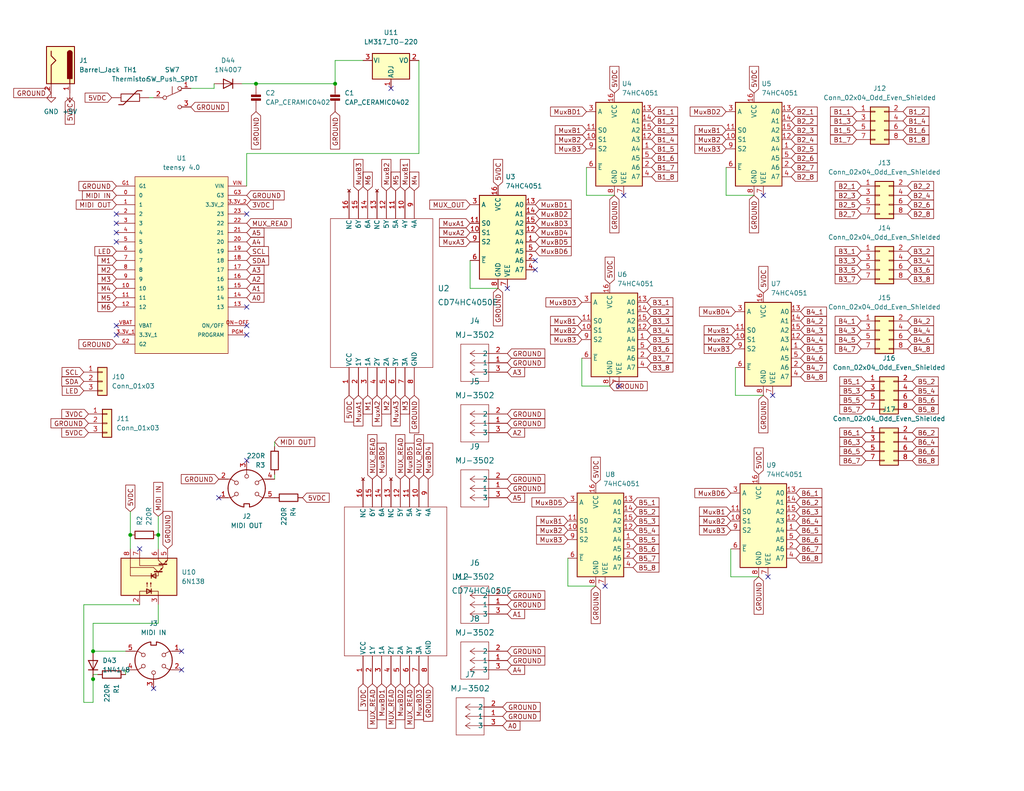
<source format=kicad_sch>
(kicad_sch (version 20211123) (generator eeschema)
  (paper "A")
  (title_block (title "BenzMOARknobz") (company "BSS"))
  (lib_symbols
    (symbol "74xx:74HC4051"
      (property "Reference" "U" (at -5.08 11.43 0))
      (property "Value" "74HC4051" (at -7.62 -13.97 0))
      (symbol "74HC4051_1_1"
        (pin passive line (at 10.16 -2.54 180) (length 2.54) (name "A4") (number "1"))
        (pin input line (at -7.62 0 0) (length 2.54) (name "S1") (number "10"))
        (pin input line (at -7.62 2.54 0) (length 2.54) (name "S0") (number "11"))
        (pin passive line (at 10.16 0 180) (length 2.54) (name "A3") (number "12"))
        (pin passive line (at 10.16 7.62 180) (length 2.54) (name "A0") (number "13"))
        (pin passive line (at 10.16 5.08 180) (length 2.54) (name "A1") (number "14"))
        (pin passive line (at 10.16 2.54 180) (length 2.54) (name "A2") (number "15"))
        (pin power_in line (at 0 12.7 270) (length 2.54) (name "VCC") (number "16"))
        (pin passive line (at 10.16 -7.62 180) (length 2.54) (name "A6") (number "2"))
        (pin passive line (at -7.62 7.62 0) (length 2.54) (name "A") (number "3"))
        (pin passive line (at 10.16 -10.16 180) (length 2.54) (name "A7") (number "4"))
        (pin passive line (at 10.16 -5.08 180) (length 2.54) (name "A5") (number "5"))
        (pin input line (at -7.62 -7.62 0) (length 2.54) (name "~{E}") (number "6"))
        (pin power_in line (at 2.54 -15.24 90) (length 2.54) (name "VEE") (number "7"))
        (pin power_in line (at 0 -15.24 90) (length 2.54) (name "GND") (number "8"))
        (pin input line (at -7.62 -2.54 0) (length 2.54) (name "S2") (number "9"))
      )
    )
    (symbol "BenzKnobz-eagle-import:CAP_CERAMIC0402"
      (property "Reference" "C" (at 2.54 2.54 0))
      (property "Value" "CAP_CERAMIC0402" (at 2.54 0 0))
      (symbol "CAP_CERAMIC0402_1_0"
        (pin passive line (at 0 5.08 270) (length 2.54) (name "P$1") (number "1"))
        (pin passive line (at 0 -2.54 90) (length 2.54) (name "P$2") (number "2"))
      )
    )
    (symbol "Connector:Barrel_Jack" (pin_names (offset 1.016))
      (property "Reference" "J" (at 0 5.334 0))
      (property "Value" "Barrel_Jack" (at 0 -5.08 0))
      (symbol "Barrel_Jack_1_1"
        (pin passive line (at 7.62 2.54 180) (length 2.54) (name "~") (number "1"))
        (pin passive line (at 7.62 -2.54 180) (length 2.54) (name "~") (number "2"))
      )
    )
    (symbol "Connector:DIN-5" (pin_names (offset 1.016))
      (property "Reference" "J" (at 3.175 5.715 0))
      (property "Value" "DIN-5" (at 0 -6.35 0))
      (symbol "DIN-5_1_1"
        (pin passive line (at -7.62 -2.54 0) (length 2.54) (name "~") (number "1"))
        (pin passive line (at -7.62 2.54 0) (length 2.54) (name "~") (number "2"))
        (pin passive line (at 0 7.62 270) (length 2.54) (name "~") (number "3"))
        (pin passive line (at 7.62 2.54 180) (length 2.54) (name "~") (number "4"))
        (pin passive line (at 7.62 -2.54 180) (length 2.54) (name "~") (number "5"))
      )
    )
    (symbol "Connector_Generic:Conn_01x03" (pin_names (offset 1.016) hide)
      (property "Reference" "J" (at 0 5.08 0))
      (property "Value" "Conn_01x03" (at 0 -5.08 0))
      (symbol "Conn_01x03_1_1"
        (pin passive line (at -5.08 2.54 0) (length 3.81) (name "Pin_1") (number "1"))
        (pin passive line (at -5.08 0 0) (length 3.81) (name "Pin_2") (number "2"))
        (pin passive line (at -5.08 -2.54 0) (length 3.81) (name "Pin_3") (number "3"))
      )
    )
    (symbol "Connector_Generic:Conn_02x04_Odd_Even" (pin_names (offset 1.016) hide)
      (property "Reference" "J" (at 1.27 5.08 0))
      (property "Value" "Conn_02x04_Odd_Even" (at 1.27 -7.62 0))
      (symbol "Conn_02x04_Odd_Even_1_1"
        (pin passive line (at -5.08 2.54 0) (length 3.81) (name "Pin_1") (number "1"))
        (pin passive line (at 7.62 2.54 180) (length 3.81) (name "Pin_2") (number "2"))
        (pin passive line (at -5.08 0 0) (length 3.81) (name "Pin_3") (number "3"))
        (pin passive line (at 7.62 0 180) (length 3.81) (name "Pin_4") (number "4"))
        (pin passive line (at -5.08 -2.54 0) (length 3.81) (name "Pin_5") (number "5"))
        (pin passive line (at 7.62 -2.54 180) (length 3.81) (name "Pin_6") (number "6"))
        (pin passive line (at -5.08 -5.08 0) (length 3.81) (name "Pin_7") (number "7"))
        (pin passive line (at 7.62 -5.08 180) (length 3.81) (name "Pin_8") (number "8"))
      )
    )
    (symbol "Device:R" (pin_numbers hide) (pin_names (offset 0))
      (property "Reference" "R" (at 2.032 0 90))
      (property "Value" "R" (at 0 0 90))
      (symbol "R_1_1"
        (pin passive line (at 0 3.81 270) (length 1.27) (name "~") (number "1"))
        (pin passive line (at 0 -3.81 90) (length 1.27) (name "~") (number "2"))
      )
    )
    (symbol "Device:Thermistor" (pin_numbers hide) (pin_names (offset 0))
      (property "Reference" "TH" (at 2.54 1.27 90))
      (property "Value" "Thermistor" (at -2.54 0 90))
      (symbol "Thermistor_1_1"
        (pin passive line (at 0 5.08 270) (length 2.54) (name "~") (number "1"))
        (pin passive line (at 0 -5.08 90) (length 2.54) (name "~") (number "2"))
      )
    )
    (symbol "Diode:1N4007" (pin_numbers hide) (pin_names (offset 1.016) hide)
      (property "Reference" "D" (at 0 2.54 0))
      (property "Value" "1N4007" (at 0 -2.54 0))
      (symbol "1N4007_1_1"
        (pin passive line (at -3.81 0 0) (length 2.54) (name "K") (number "1"))
        (pin passive line (at 3.81 0 180) (length 2.54) (name "A") (number "2"))
      )
    )
    (symbol "Diode:1N4148" (pin_numbers hide) (pin_names (offset 1.016) hide)
      (property "Reference" "D" (at 0 2.54 0))
      (property "Value" "1N4148" (at 0 -2.54 0))
      (symbol "1N4148_1_1"
        (pin passive line (at -3.81 0 0) (length 2.54) (name "K") (number "1"))
        (pin passive line (at 3.81 0 180) (length 2.54) (name "A") (number "2"))
      )
    )
    (symbol "Isolator:6N138" (pin_names (offset 1.016) hide)
      (property "Reference" "U" (at -4.064 8.89 0))
      (property "Value" "6N138" (at 2.286 8.89 0))
      (symbol "6N138_1_1"
        (pin no_connect line (at -5.08 5.08 0) (length 2.54) hide (name "NC") (number "1"))
        (pin passive line (at -7.62 2.54 0) (length 2.54) (name "C1") (number "2"))
        (pin passive line (at -7.62 -2.54 0) (length 2.54) (name "C2") (number "3"))
        (pin no_connect line (at -5.08 -5.08 0) (length 2.54) hide (name "NC") (number "4"))
        (pin passive line (at 7.62 -5.08 180) (length 2.54) (name "GND") (number "5"))
        (pin passive line (at 7.62 -2.54 180) (length 2.54) (name "VO2") (number "6"))
        (pin passive line (at 7.62 2.54 180) (length 2.54) (name "VO1") (number "7"))
        (pin passive line (at 7.62 5.08 180) (length 2.54) (name "VCC") (number "8"))
      )
    )
    (symbol "Regulator_Linear:LM317_TO-220" (pin_names (offset 0.254))
      (property "Reference" "U" (at -3.81 3.175 0))
      (property "Value" "LM317_TO-220" (at 0 3.175 0))
      (symbol "LM317_TO-220_1_1"
        (pin input line (at 0 -7.62 90) (length 2.54) (name "ADJ") (number "1"))
        (pin power_out line (at 7.62 0 180) (length 2.54) (name "VO") (number "2"))
        (pin power_in line (at -7.62 0 0) (length 2.54) (name "VI") (number "3"))
      )
    )
    (symbol "Switch:SW_Push_SPDT" (pin_names (offset 0) hide)
      (property "Reference" "SW" (at 0 4.318 0))
      (property "Value" "SW_Push_SPDT" (at 0 -5.08 0))
      (symbol "SW_Push_SPDT_1_1"
        (pin passive line (at 5.08 2.54 180) (length 2.54) (name "A") (number "1"))
        (pin passive line (at -5.08 0 0) (length 2.54) (name "B") (number "2"))
        (pin passive line (at 5.08 -2.54 180) (length 2.54) (name "C") (number "3"))
      )
    )
    (symbol "audioJack-DIGIKEY:MJ-3502" (pin_names (offset 0.254))
      (property "Reference" "J" (at 8.89 6.35 0))
      (property "Value" "MJ-3502" (at 0 0 0))
      (symbol "MJ-3502_0_1"
        (pin unspecified line (at 0 -2.54 0) (length 5.08) (name "1") (number "1"))
        (pin unspecified line (at 0 -5.08 0) (length 5.08) (name "2") (number "2"))
        (pin unspecified line (at 0 0 0) (length 5.08) (name "3") (number "3"))
      )
    )
    (symbol "cd74hc4050e:CD74HC4050E" (pin_names (offset 0.254))
      (property "Reference" "U" (at 27.94 10.16 0))
      (property "Value" "CD74HC4050E" (at 27.94 7.62 0))
      (symbol "CD74HC4050E_0_1"
        (pin power_in line (at 0 0 0) (length 7.62) (name "VCC") (number "1"))
        (pin output line (at 55.88 -15.24 180) (length 7.62) (name "4Y") (number "10"))
        (pin input line (at 55.88 -12.7 180) (length 7.62) (name "5A") (number "11"))
        (pin output line (at 55.88 -10.16 180) (length 7.62) (name "5Y") (number "12"))
        (pin no_connect line (at 55.88 -7.62 180) (length 7.62) (name "NC") (number "13"))
        (pin input line (at 55.88 -5.08 180) (length 7.62) (name "6A") (number "14"))
        (pin output line (at 55.88 -2.54 180) (length 7.62) (name "6Y") (number "15"))
        (pin no_connect line (at 55.88 0 180) (length 7.62) (name "NC") (number "16"))
        (pin output line (at 0 -2.54 0) (length 7.62) (name "1Y") (number "2"))
        (pin input line (at 0 -5.08 0) (length 7.62) (name "1A") (number "3"))
        (pin output line (at 0 -7.62 0) (length 7.62) (name "2Y") (number "4"))
        (pin input line (at 0 -10.16 0) (length 7.62) (name "2A") (number "5"))
        (pin output line (at 0 -12.7 0) (length 7.62) (name "3Y") (number "6"))
        (pin input line (at 0 -15.24 0) (length 7.62) (name "3A") (number "7"))
        (pin power_in line (at 0 -17.78 0) (length 7.62) (name "GND") (number "8"))
        (pin input line (at 55.88 -17.78 180) (length 7.62) (name "4A") (number "9"))
      )
    )
    (symbol "power:+5V" (power) (pin_names (offset 0))
      (property "Value" "+5V" (at 0 3.556 0))
      (symbol "+5V_1_1"
        (pin power_in line (at 0 0 90) (length 0) hide (name "+5V") (number "1"))
      )
    )
    (symbol "power:GND" (power) (pin_names (offset 0))
      (property "Value" "GND" (at 0 -3.81 0))
      (symbol "GND_1_1"
        (pin power_in line (at 0 0 270) (length 0) hide (name "GND") (number "1"))
      )
    )
    (symbol "teensy40:DEV-15583" (pin_names (offset 1.016))
      (property "Reference" "U" (at -12.7 23.622 0))
      (property "Value" "DEV-15583" (at -12.7 -27.94 0))
      (symbol "DEV-15583_0_0"
        (pin bidirectional line (at -17.78 17.78 0) (length 5.08) (name "0") (number "0"))
        (pin bidirectional line (at -17.78 15.24 0) (length 5.08) (name "1") (number "1"))
        (pin bidirectional line (at -17.78 -7.62 0) (length 5.08) (name "10") (number "10"))
        (pin bidirectional line (at -17.78 -10.16 0) (length 5.08) (name "11") (number "11"))
        (pin bidirectional line (at -17.78 -12.7 0) (length 5.08) (name "12") (number "12"))
        (pin bidirectional line (at 17.78 -12.7 180) (length 5.08) (name "13") (number "13"))
        (pin bidirectional line (at 17.78 -10.16 180) (length 5.08) (name "14") (number "14"))
        (pin bidirectional line (at 17.78 -7.62 180) (length 5.08) (name "15") (number "15"))
        (pin bidirectional line (at 17.78 -5.08 180) (length 5.08) (name "16") (number "16"))
        (pin bidirectional line (at 17.78 -2.54 180) (length 5.08) (name "17") (number "17"))
        (pin bidirectional line (at 17.78 0 180) (length 5.08) (name "18") (number "18"))
        (pin bidirectional line (at 17.78 2.54 180) (length 5.08) (name "19") (number "19"))
        (pin bidirectional line (at -17.78 12.7 0) (length 5.08) (name "2") (number "2"))
        (pin bidirectional line (at 17.78 5.08 180) (length 5.08) (name "20") (number "20"))
        (pin bidirectional line (at 17.78 7.62 180) (length 5.08) (name "21") (number "21"))
        (pin bidirectional line (at 17.78 10.16 180) (length 5.08) (name "22") (number "22"))
        (pin bidirectional line (at 17.78 12.7 180) (length 5.08) (name "23") (number "23"))
        (pin bidirectional line (at -17.78 10.16 0) (length 5.08) (name "3") (number "3"))
        (pin power_in line (at -17.78 -20.32 0) (length 5.08) (name "3.3V_1") (number "3.3V_1"))
        (pin power_in line (at 17.78 15.24 180) (length 5.08) (name "3.3V_2") (number "3.3V_2"))
        (pin bidirectional line (at -17.78 7.62 0) (length 5.08) (name "4") (number "4"))
        (pin bidirectional line (at -17.78 5.08 0) (length 5.08) (name "5") (number "5"))
        (pin bidirectional line (at -17.78 2.54 0) (length 5.08) (name "6") (number "6"))
        (pin bidirectional line (at -17.78 0 0) (length 5.08) (name "7") (number "7"))
        (pin bidirectional line (at -17.78 -2.54 0) (length 5.08) (name "8") (number "8"))
        (pin bidirectional line (at -17.78 -5.08 0) (length 5.08) (name "9") (number "9"))
        (pin power_in line (at -17.78 20.32 0) (length 5.08) (name "G1") (number "G1"))
        (pin power_in line (at -17.78 -22.86 0) (length 5.08) (name "G2") (number "G2"))
        (pin power_in line (at 17.78 17.78 180) (length 5.08) (name "G3") (number "G3"))
        (pin bidirectional line (at 17.78 -17.78 180) (length 5.08) (name "ON/OFF") (number "ON-OFF"))
        (pin bidirectional line (at 17.78 -20.32 180) (length 5.08) (name "PROGRAM") (number "PGM"))
        (pin power_in line (at -17.78 -17.78 0) (length 5.08) (name "VBAT") (number "VBAT"))
        (pin power_in line (at 17.78 20.32 180) (length 5.08) (name "VIN") (number "VIN"))
      )
    )
  )
  (junction (at 25.4 177.8))
  (junction (at 25.4 185.42))
  (junction (at 43.18 146.05))
  (junction (at 69.85 22.86))
  (junction (at 91.44 22.86))
  (junction (at 35.56 146.05))
  (no_connect (at 146.05 73.66))
  (no_connect (at 210.82 107.95))
  (no_connect (at 168.91 105.41))
  (no_connect (at 138.43 78.74))
  (no_connect (at 170.18 53.34))
  (no_connect (at 208.28 53.34))
  (no_connect (at 106.68 24.13))
  (no_connect (at 38.1 149.86))
  (no_connect (at 41.91 187.96))
  (no_connect (at 49.53 182.88))
  (no_connect (at 49.53 177.8))
  (no_connect (at 67.31 125.73))
  (no_connect (at 59.69 135.89))
  (no_connect (at 209.55 157.48))
  (no_connect (at 165.1 160.02))
  (no_connect (at 31.75 88.9))
  (no_connect (at 31.75 91.44))
  (no_connect (at 67.31 91.44))
  (no_connect (at 67.31 88.9))
  (no_connect (at 67.31 83.82))
  (no_connect (at 67.31 58.42))
  (no_connect (at 31.75 58.42))
  (no_connect (at 31.75 60.96))
  (no_connect (at 31.75 63.5))
  (no_connect (at 31.75 66.04))
  (no_connect (at 146.05 71.12))
  (no_connect (at 779.78 35.56))
  (wire (pts (xy 26.67 184.15) (xy 25.4 184.15)))
  (wire (pts (xy 154.94 160.02) (xy 162.56 160.02)))
  (wire (pts (xy 69.85 22.86) (xy 91.44 22.86)))
  (wire (pts (xy 38.1 165.1) (xy 22.86 165.1)))
  (wire (pts (xy 67.31 50.8) (xy 67.31 41.91)))
  (wire (pts (xy 160.02 53.34) (xy 167.64 53.34)))
  (wire (pts (xy 91.44 16.51) (xy 91.44 22.86)))
  (wire (pts (xy 67.31 41.91) (xy 114.3 41.91)))
  (wire (pts (xy 160.02 45.72) (xy 160.02 53.34)))
  (wire (pts (xy 40.64 26.67) (xy 41.91 26.67)))
  (wire (pts (xy 199.39 157.48) (xy 207.01 157.48)))
  (wire (pts (xy 128.27 78.74) (xy 135.89 78.74)))
  (wire (pts (xy 22.86 191.77) (xy 25.4 191.77)))
  (wire (pts (xy 200.66 107.95) (xy 208.28 107.95)))
  (wire (pts (xy 66.04 22.86) (xy 69.85 22.86)))
  (wire (pts (xy 22.86 165.1) (xy 22.86 191.77)))
  (wire (pts (xy 35.56 139.7) (xy 35.56 146.05)))
  (wire (pts (xy 198.12 45.72) (xy 198.12 53.34)))
  (wire (pts (xy 99.06 16.51) (xy 91.44 16.51)))
  (wire (pts (xy 158.75 97.79) (xy 158.75 105.41)))
  (wire (pts (xy 43.18 146.05) (xy 43.18 149.86)))
  (wire (pts (xy 34.29 182.88) (xy 34.29 184.15)))
  (wire (pts (xy 25.4 184.15) (xy 25.4 185.42)))
  (wire (pts (xy 35.56 146.05) (xy 35.56 149.86)))
  (wire (pts (xy 58.42 24.13) (xy 58.42 22.86)))
  (wire (pts (xy 199.39 149.86) (xy 199.39 157.48)))
  (wire (pts (xy 114.3 16.51) (xy 114.3 41.91)))
  (wire (pts (xy 128.27 71.12) (xy 128.27 78.74)))
  (wire (pts (xy 43.18 165.1) (xy 43.18 170.18)))
  (wire (pts (xy 52.07 24.13) (xy 58.42 24.13)))
  (wire (pts (xy 74.93 129.54) (xy 74.93 130.81)))
  (wire (pts (xy 43.18 170.18) (xy 25.4 170.18)))
  (wire (pts (xy 200.66 100.33) (xy 200.66 107.95)))
  (wire (pts (xy 74.93 120.65) (xy 74.93 121.92)))
  (wire (pts (xy 154.94 152.4) (xy 154.94 160.02)))
  (wire (pts (xy 198.12 53.34) (xy 205.74 53.34)))
  (wire (pts (xy 25.4 177.8) (xy 34.29 177.8)))
  (wire (pts (xy 25.4 185.42) (xy 25.4 191.77)))
  (wire (pts (xy 158.75 105.41) (xy 166.37 105.41)))
  (wire (pts (xy 43.18 140.97) (xy 43.18 146.05)))
  (wire (pts (xy 25.4 170.18) (xy 25.4 177.8)))
  (global_label "MuxB3" (shape input) (at 160.02 40.64 180) (property "Intersheet References" "${INTERSHEET_REFS}" (effects hide)))
  (global_label "MuxB2" (shape input) (at 105.41 52.07 90) (property "Intersheet References" "${INTERSHEET_REFS}" (effects hide)))
  (global_label "A4" (shape input) (at 67.31 66.04 0) (property "Intersheet References" "${INTERSHEET_REFS}" (effects hide)))
  (global_label "B4_5" (shape input) (at 218.44 95.25 0) (property "Intersheet References" "${INTERSHEET_REFS}" (effects hide)))
  (global_label "A3" (shape input) (at 67.31 73.66 0) (property "Intersheet References" "${INTERSHEET_REFS}" (effects hide)))
  (global_label "MIDI OUT" (shape input) (at 74.93 120.65 0) (property "Intersheet References" "${INTERSHEET_REFS}" (effects hide)))
  (global_label "B6_4" (shape input) (at 217.17 142.24 0) (property "Intersheet References" "${INTERSHEET_REFS}" (effects hide)))
  (global_label "MuxBD4" (shape input) (at 116.84 130.81 90) (property "Intersheet References" "${INTERSHEET_REFS}" (effects hide)))
  (global_label "GROUND" (shape input) (at 162.56 160.02 270) (property "Intersheet References" "${INTERSHEET_REFS}" (effects hide)))
  (global_label "B2_5" (shape input) (at 215.9 40.64 0) (property "Intersheet References" "${INTERSHEET_REFS}" (effects hide)))
  (global_label "MuxBD2" (shape input) (at 109.22 186.69 270) (property "Intersheet References" "${INTERSHEET_REFS}" (effects hide)))
  (global_label "GROUND" (shape input) (at 91.44 30.48 270) (property "Intersheet References" "${INTERSHEET_REFS}" (effects hide)))
  (global_label "B2_4" (shape input) (at 247.65 53.34 0) (property "Intersheet References" "${INTERSHEET_REFS}" (effects hide)))
  (global_label "B5_2" (shape input) (at 248.92 104.14 0) (property "Intersheet References" "${INTERSHEET_REFS}" (effects hide)))
  (global_label "M1" (shape input) (at 31.75 71.12 180) (property "Intersheet References" "${INTERSHEET_REFS}" (effects hide)))
  (global_label "B2_7" (shape input) (at 215.9 45.72 0) (property "Intersheet References" "${INTERSHEET_REFS}" (effects hide)))
  (global_label "M3" (shape input) (at 110.49 107.95 270) (property "Intersheet References" "${INTERSHEET_REFS}" (effects hide)))
  (global_label "3VDC" (shape input) (at 67.31 55.88 0) (property "Intersheet References" "${INTERSHEET_REFS}" (effects hide)))
  (global_label "B3_5" (shape input) (at 234.95 73.66 180) (property "Intersheet References" "${INTERSHEET_REFS}" (effects hide)))
  (global_label "MuxBD5" (shape input) (at 111.76 130.81 90) (property "Intersheet References" "${INTERSHEET_REFS}" (effects hide)))
  (global_label "SDA" (shape input) (at 22.86 104.14 180) (property "Intersheet References" "${INTERSHEET_REFS}" (effects hide)))
  (global_label "B3_1" (shape input) (at 176.53 82.55 0) (property "Intersheet References" "${INTERSHEET_REFS}" (effects hide)))
  (global_label "B1_5" (shape input) (at 233.68 35.56 180) (property "Intersheet References" "${INTERSHEET_REFS}" (effects hide)))
  (global_label "B5_6" (shape input) (at 248.92 109.22 0) (property "Intersheet References" "${INTERSHEET_REFS}" (effects hide)))
  (global_label "B2_1" (shape input) (at 234.95 50.8 180) (property "Intersheet References" "${INTERSHEET_REFS}" (effects hide)))
  (global_label "GROUND" (shape input) (at 13.97 25.4 180) (property "Intersheet References" "${INTERSHEET_REFS}" (effects hide)))
  (global_label "B2_2" (shape input) (at 247.65 50.8 0) (property "Intersheet References" "${INTERSHEET_REFS}" (effects hide)))
  (global_label "B6_7" (shape input) (at 217.17 149.86 0) (property "Intersheet References" "${INTERSHEET_REFS}" (effects hide)))
  (global_label "A0" (shape input) (at 67.31 81.28 0) (property "Intersheet References" "${INTERSHEET_REFS}" (effects hide)))
  (global_label "B5_2" (shape input) (at 172.72 139.7 0) (property "Intersheet References" "${INTERSHEET_REFS}" (effects hide)))
  (global_label "MuxB3" (shape input) (at 97.79 52.07 90) (property "Intersheet References" "${INTERSHEET_REFS}" (effects hide)))
  (global_label "5VDC" (shape input) (at 30.48 26.67 180) (property "Intersheet References" "${INTERSHEET_REFS}" (effects hide)))
  (global_label "MuxB1" (shape input) (at 154.94 142.24 180) (property "Intersheet References" "${INTERSHEET_REFS}" (effects hide)))
  (global_label "A4" (shape input) (at 138.43 182.88 0) (property "Intersheet References" "${INTERSHEET_REFS}" (effects hide)))
  (global_label "GROUND" (shape input) (at 138.43 130.81 0) (property "Intersheet References" "${INTERSHEET_REFS}" (effects hide)))
  (global_label "B3_4" (shape input) (at 176.53 90.17 0) (property "Intersheet References" "${INTERSHEET_REFS}" (effects hide)))
  (global_label "GROUND" (shape input) (at 69.85 30.48 270) (property "Intersheet References" "${INTERSHEET_REFS}" (effects hide)))
  (global_label "B3_2" (shape input) (at 247.65 68.58 0) (property "Intersheet References" "${INTERSHEET_REFS}" (effects hide)))
  (global_label "MuxBD5" (shape input) (at 154.94 137.16 180) (property "Intersheet References" "${INTERSHEET_REFS}" (effects hide)))
  (global_label "B6_8" (shape input) (at 248.92 125.73 0) (property "Intersheet References" "${INTERSHEET_REFS}" (effects hide)))
  (global_label "MuxB3" (shape input) (at 198.12 40.64 180) (property "Intersheet References" "${INTERSHEET_REFS}" (effects hide)))
  (global_label "MUX_OUT" (shape input) (at 128.27 55.88 180) (property "Intersheet References" "${INTERSHEET_REFS}" (effects hide)))
  (global_label "MuxBD1" (shape input) (at 146.05 55.88 0) (property "Intersheet References" "${INTERSHEET_REFS}" (effects hide)))
  (global_label "B4_1" (shape input) (at 218.44 85.09 0) (property "Intersheet References" "${INTERSHEET_REFS}" (effects hide)))
  (global_label "B2_5" (shape input) (at 234.95 55.88 180) (property "Intersheet References" "${INTERSHEET_REFS}" (effects hide)))
  (global_label "MuxBD1" (shape input) (at 160.02 30.48 180) (property "Intersheet References" "${INTERSHEET_REFS}" (effects hide)))
  (global_label "GROUND" (shape input) (at 138.43 113.03 0) (property "Intersheet References" "${INTERSHEET_REFS}" (effects hide)))
  (global_label "B3_2" (shape input) (at 176.53 85.09 0) (property "Intersheet References" "${INTERSHEET_REFS}" (effects hide)))
  (global_label "MuxBD3" (shape input) (at 158.75 82.55 180) (property "Intersheet References" "${INTERSHEET_REFS}" (effects hide)))
  (global_label "MuxA3" (shape input) (at 128.27 66.04 180) (property "Intersheet References" "${INTERSHEET_REFS}" (effects hide)))
  (global_label "GROUND" (shape input) (at 138.43 115.57 0) (property "Intersheet References" "${INTERSHEET_REFS}" (effects hide)))
  (global_label "B6_2" (shape input) (at 248.92 118.11 0) (property "Intersheet References" "${INTERSHEET_REFS}" (effects hide)))
  (global_label "GROUND" (shape input) (at 208.28 107.95 270) (property "Intersheet References" "${INTERSHEET_REFS}" (effects hide)))
  (global_label "M2" (shape input) (at 31.75 73.66 180) (property "Intersheet References" "${INTERSHEET_REFS}" (effects hide)))
  (global_label "GROUND" (shape input) (at 138.43 99.06 0) (property "Intersheet References" "${INTERSHEET_REFS}" (effects hide)))
  (global_label "B6_2" (shape input) (at 217.17 137.16 0) (property "Intersheet References" "${INTERSHEET_REFS}" (effects hide)))
  (global_label "GROUND" (shape input) (at 137.16 195.58 0) (property "Intersheet References" "${INTERSHEET_REFS}" (effects hide)))
  (global_label "GROUND" (shape input) (at 138.43 96.52 0) (property "Intersheet References" "${INTERSHEET_REFS}" (effects hide)))
  (global_label "GROUND" (shape input) (at 138.43 162.56 0) (property "Intersheet References" "${INTERSHEET_REFS}" (effects hide)))
  (global_label "MuxB3" (shape input) (at 200.66 95.25 180) (property "Intersheet References" "${INTERSHEET_REFS}" (effects hide)))
  (global_label "MuxBD6" (shape input) (at 104.14 130.81 90) (property "Intersheet References" "${INTERSHEET_REFS}" (effects hide)))
  (global_label "A2" (shape input) (at 67.31 76.2 0) (property "Intersheet References" "${INTERSHEET_REFS}" (effects hide)))
  (global_label "MUX_READ" (shape input) (at 67.31 60.96 0) (property "Intersheet References" "${INTERSHEET_REFS}" (effects hide)))
  (global_label "A5" (shape input) (at 138.43 135.89 0) (property "Intersheet References" "${INTERSHEET_REFS}" (effects hide)))
  (global_label "B5_5" (shape input) (at 172.72 147.32 0) (property "Intersheet References" "${INTERSHEET_REFS}" (effects hide)))
  (global_label "GROUND" (shape input) (at 138.43 165.1 0) (property "Intersheet References" "${INTERSHEET_REFS}" (effects hide)))
  (global_label "B1_2" (shape input) (at 177.8 33.02 0) (property "Intersheet References" "${INTERSHEET_REFS}" (effects hide)))
  (global_label "B1_4" (shape input) (at 177.8 38.1 0) (property "Intersheet References" "${INTERSHEET_REFS}" (effects hide)))
  (global_label "A1" (shape input) (at 138.43 167.64 0) (property "Intersheet References" "${INTERSHEET_REFS}" (effects hide)))
  (global_label "B2_1" (shape input) (at 215.9 30.48 0) (property "Intersheet References" "${INTERSHEET_REFS}" (effects hide)))
  (global_label "B6_6" (shape input) (at 217.17 147.32 0) (property "Intersheet References" "${INTERSHEET_REFS}" (effects hide)))
  (global_label "B4_7" (shape input) (at 218.44 100.33 0) (property "Intersheet References" "${INTERSHEET_REFS}" (effects hide)))
  (global_label "MuxB2" (shape input) (at 198.12 38.1 180) (property "Intersheet References" "${INTERSHEET_REFS}" (effects hide)))
  (global_label "B4_4" (shape input) (at 247.65 90.17 0) (property "Intersheet References" "${INTERSHEET_REFS}" (effects hide)))
  (global_label "MuxBD3" (shape input) (at 146.05 60.96 0) (property "Intersheet References" "${INTERSHEET_REFS}" (effects hide)))
  (global_label "M4" (shape input) (at 113.03 52.07 90) (property "Intersheet References" "${INTERSHEET_REFS}" (effects hide)))
  (global_label "M4" (shape input) (at 31.75 78.74 180) (property "Intersheet References" "${INTERSHEET_REFS}" (effects hide)))
  (global_label "B4_6" (shape input) (at 247.65 92.71 0) (property "Intersheet References" "${INTERSHEET_REFS}" (effects hide)))
  (global_label "B6_8" (shape input) (at 217.17 152.4 0) (property "Intersheet References" "${INTERSHEET_REFS}" (effects hide)))
  (global_label "MUX_READ" (shape input) (at 109.22 130.81 90) (property "Intersheet References" "${INTERSHEET_REFS}" (effects hide)))
  (global_label "MuxB1" (shape input) (at 200.66 90.17 180) (property "Intersheet References" "${INTERSHEET_REFS}" (effects hide)))
  (global_label "MuxBD3" (shape input) (at 114.3 186.69 270) (property "Intersheet References" "${INTERSHEET_REFS}" (effects hide)))
  (global_label "B4_1" (shape input) (at 234.95 87.63 180) (property "Intersheet References" "${INTERSHEET_REFS}" (effects hide)))
  (global_label "GROUND" (shape input) (at 24.13 115.57 180) (property "Intersheet References" "${INTERSHEET_REFS}" (effects hide)))
  (global_label "MuxBD2" (shape input) (at 198.12 30.48 180) (property "Intersheet References" "${INTERSHEET_REFS}" (effects hide)))
  (global_label "GROUND" (shape input) (at 52.07 29.21 0) (property "Intersheet References" "${INTERSHEET_REFS}" (effects hide)))
  (global_label "GROUND" (shape input) (at 59.69 130.81 180) (property "Intersheet References" "${INTERSHEET_REFS}" (effects hide)))
  (global_label "SDA" (shape input) (at 67.31 71.12 0) (property "Intersheet References" "${INTERSHEET_REFS}" (effects hide)))
  (global_label "B3_8" (shape input) (at 176.53 100.33 0) (property "Intersheet References" "${INTERSHEET_REFS}" (effects hide)))
  (global_label "GROUND" (shape input) (at 138.43 177.8 0) (property "Intersheet References" "${INTERSHEET_REFS}" (effects hide)))
  (global_label "B5_6" (shape input) (at 172.72 149.86 0) (property "Intersheet References" "${INTERSHEET_REFS}" (effects hide)))
  (global_label "B6_7" (shape input) (at 236.22 125.73 180) (property "Intersheet References" "${INTERSHEET_REFS}" (effects hide)))
  (global_label "MUX_READ" (shape input) (at 111.76 186.69 270) (property "Intersheet References" "${INTERSHEET_REFS}" (effects hide)))
  (global_label "B1_4" (shape input) (at 246.38 33.02 0) (property "Intersheet References" "${INTERSHEET_REFS}" (effects hide)))
  (global_label "A1" (shape input) (at 67.31 78.74 0) (property "Intersheet References" "${INTERSHEET_REFS}" (effects hide)))
  (global_label "MuxB2" (shape input) (at 200.66 92.71 180) (property "Intersheet References" "${INTERSHEET_REFS}" (effects hide)))
  (global_label "B6_5" (shape input) (at 236.22 123.19 180) (property "Intersheet References" "${INTERSHEET_REFS}" (effects hide)))
  (global_label "B1_7" (shape input) (at 233.68 38.1 180) (property "Intersheet References" "${INTERSHEET_REFS}" (effects hide)))
  (global_label "B5_4" (shape input) (at 172.72 144.78 0) (property "Intersheet References" "${INTERSHEET_REFS}" (effects hide)))
  (global_label "5VDC" (shape input) (at 24.13 118.11 180) (property "Intersheet References" "${INTERSHEET_REFS}" (effects hide)))
  (global_label "MuxB3" (shape input) (at 199.39 144.78 180) (property "Intersheet References" "${INTERSHEET_REFS}" (effects hide)))
  (global_label "B2_3" (shape input) (at 215.9 35.56 0) (property "Intersheet References" "${INTERSHEET_REFS}" (effects hide)))
  (global_label "MuxB1" (shape input) (at 110.49 52.07 90) (property "Intersheet References" "${INTERSHEET_REFS}" (effects hide)))
  (global_label "B1_1" (shape input) (at 177.8 30.48 0) (property "Intersheet References" "${INTERSHEET_REFS}" (effects hide)))
  (global_label "MIDI IN" (shape input) (at 31.75 53.34 180) (property "Intersheet References" "${INTERSHEET_REFS}" (effects hide)))
  (global_label "MuxBD5" (shape input) (at 146.05 66.04 0) (property "Intersheet References" "${INTERSHEET_REFS}" (effects hide)))
  (global_label "B6_3" (shape input) (at 217.17 139.7 0) (property "Intersheet References" "${INTERSHEET_REFS}" (effects hide)))
  (global_label "5VDC" (shape input) (at 135.89 50.8 90) (property "Intersheet References" "${INTERSHEET_REFS}" (effects hide)))
  (global_label "5VDC" (shape input) (at 82.55 135.89 0) (property "Intersheet References" "${INTERSHEET_REFS}" (effects hide)))
  (global_label "MuxA2" (shape input) (at 128.27 63.5 180) (property "Intersheet References" "${INTERSHEET_REFS}" (effects hide)))
  (global_label "GROUND" (shape input) (at 137.16 193.04 0) (property "Intersheet References" "${INTERSHEET_REFS}" (effects hide)))
  (global_label "B2_8" (shape input) (at 215.9 48.26 0) (property "Intersheet References" "${INTERSHEET_REFS}" (effects hide)))
  (global_label "GROUND" (shape input) (at 138.43 133.35 0) (property "Intersheet References" "${INTERSHEET_REFS}" (effects hide)))
  (global_label "B4_3" (shape input) (at 234.95 90.17 180) (property "Intersheet References" "${INTERSHEET_REFS}" (effects hide)))
  (global_label "MUX_READ" (shape input) (at 101.6 130.81 90) (property "Intersheet References" "${INTERSHEET_REFS}" (effects hide)))
  (global_label "B6_6" (shape input) (at 248.92 123.19 0) (property "Intersheet References" "${INTERSHEET_REFS}" (effects hide)))
  (global_label "MuxBD6" (shape input) (at 199.39 134.62 180) (property "Intersheet References" "${INTERSHEET_REFS}" (effects hide)))
  (global_label "3VDC" (shape input) (at 99.06 186.69 270) (property "Intersheet References" "${INTERSHEET_REFS}" (effects hide)))
  (global_label "MUX_READ" (shape input) (at 101.6 186.69 270) (property "Intersheet References" "${INTERSHEET_REFS}" (effects hide)))
  (global_label "MuxA2" (shape input) (at 102.87 107.95 270) (property "Intersheet References" "${INTERSHEET_REFS}" (effects hide)))
  (global_label "B4_5" (shape input) (at 234.95 92.71 180) (property "Intersheet References" "${INTERSHEET_REFS}" (effects hide)))
  (global_label "B3_6" (shape input) (at 247.65 73.66 0) (property "Intersheet References" "${INTERSHEET_REFS}" (effects hide)))
  (global_label "GROUND" (shape input) (at 135.89 78.74 270) (property "Intersheet References" "${INTERSHEET_REFS}" (effects hide)))
  (global_label "GROUND" (shape input) (at 138.43 180.34 0) (property "Intersheet References" "${INTERSHEET_REFS}" (effects hide)))
  (global_label "GROUND" (shape input) (at 166.37 105.41 0) (property "Intersheet References" "${INTERSHEET_REFS}" (effects hide)))
  (global_label "B4_2" (shape input) (at 247.65 87.63 0) (property "Intersheet References" "${INTERSHEET_REFS}" (effects hide)))
  (global_label "GROUND" (shape input) (at 113.03 107.95 270) (property "Intersheet References" "${INTERSHEET_REFS}" (effects hide)))
  (global_label "B6_3" (shape input) (at 236.22 120.65 180) (property "Intersheet References" "${INTERSHEET_REFS}" (effects hide)))
  (global_label "B5_8" (shape input) (at 172.72 154.94 0) (property "Intersheet References" "${INTERSHEET_REFS}" (effects hide)))
  (global_label "MuxB1" (shape input) (at 160.02 35.56 180) (property "Intersheet References" "${INTERSHEET_REFS}" (effects hide)))
  (global_label "GROUND" (shape input) (at 67.31 53.34 0) (property "Intersheet References" "${INTERSHEET_REFS}" (effects hide)))
  (global_label "MuxB2" (shape input) (at 160.02 38.1 180) (property "Intersheet References" "${INTERSHEET_REFS}" (effects hide)))
  (global_label "5VDC" (shape input) (at 95.25 107.95 270) (property "Intersheet References" "${INTERSHEET_REFS}" (effects hide)))
  (global_label "GROUND" (shape input) (at 207.01 157.48 270) (property "Intersheet References" "${INTERSHEET_REFS}" (effects hide)))
  (global_label "B3_3" (shape input) (at 176.53 87.63 0) (property "Intersheet References" "${INTERSHEET_REFS}" (effects hide)))
  (global_label "B5_1" (shape input) (at 172.72 137.16 0) (property "Intersheet References" "${INTERSHEET_REFS}" (effects hide)))
  (global_label "B2_3" (shape input) (at 234.95 53.34 180) (property "Intersheet References" "${INTERSHEET_REFS}" (effects hide)))
  (global_label "B4_3" (shape input) (at 218.44 90.17 0) (property "Intersheet References" "${INTERSHEET_REFS}" (effects hide)))
  (global_label "MuxB1" (shape input) (at 158.75 87.63 180) (property "Intersheet References" "${INTERSHEET_REFS}" (effects hide)))
  (global_label "B1_3" (shape input) (at 233.68 33.02 180) (property "Intersheet References" "${INTERSHEET_REFS}" (effects hide)))
  (global_label "B6_4" (shape input) (at 248.92 120.65 0) (property "Intersheet References" "${INTERSHEET_REFS}" (effects hide)))
  (global_label "MuxBD4" (shape input) (at 200.66 85.09 180) (property "Intersheet References" "${INTERSHEET_REFS}" (effects hide)))
  (global_label "MuxA3" (shape input) (at 107.95 107.95 270) (property "Intersheet References" "${INTERSHEET_REFS}" (effects hide)))
  (global_label "B2_2" (shape input) (at 215.9 33.02 0) (property "Intersheet References" "${INTERSHEET_REFS}" (effects hide)))
  (global_label "B3_5" (shape input) (at 176.53 92.71 0) (property "Intersheet References" "${INTERSHEET_REFS}" (effects hide)))
  (global_label "MuxBD4" (shape input) (at 146.05 63.5 0) (property "Intersheet References" "${INTERSHEET_REFS}" (effects hide)))
  (global_label "LED" (shape input) (at 22.86 106.68 180) (property "Intersheet References" "${INTERSHEET_REFS}" (effects hide)))
  (global_label "GROUND" (shape input) (at 31.75 50.8 180) (property "Intersheet References" "${INTERSHEET_REFS}" (effects hide)))
  (global_label "B4_7" (shape input) (at 234.95 95.25 180) (property "Intersheet References" "${INTERSHEET_REFS}" (effects hide)))
  (global_label "B2_8" (shape input) (at 247.65 58.42 0) (property "Intersheet References" "${INTERSHEET_REFS}" (effects hide)))
  (global_label "M5" (shape input) (at 107.95 52.07 90) (property "Intersheet References" "${INTERSHEET_REFS}" (effects hide)))
  (global_label "M2" (shape input) (at 105.41 107.95 270) (property "Intersheet References" "${INTERSHEET_REFS}" (effects hide)))
  (global_label "5VDC" (shape input) (at 162.56 132.08 90) (property "Intersheet References" "${INTERSHEET_REFS}" (effects hide)))
  (global_label "MuxBD1" (shape input) (at 104.14 186.69 270) (property "Intersheet References" "${INTERSHEET_REFS}" (effects hide)))
  (global_label "B3_4" (shape input) (at 247.65 71.12 0) (property "Intersheet References" "${INTERSHEET_REFS}" (effects hide)))
  (global_label "B4_4" (shape input) (at 218.44 92.71 0) (property "Intersheet References" "${INTERSHEET_REFS}" (effects hide)))
  (global_label "B2_7" (shape input) (at 234.95 58.42 180) (property "Intersheet References" "${INTERSHEET_REFS}" (effects hide)))
  (global_label "5VDC" (shape input) (at 208.28 80.01 90) (property "Intersheet References" "${INTERSHEET_REFS}" (effects hide)))
  (global_label "B4_2" (shape input) (at 218.44 87.63 0) (property "Intersheet References" "${INTERSHEET_REFS}" (effects hide)))
  (global_label "MuxBD2" (shape input) (at 146.05 58.42 0) (property "Intersheet References" "${INTERSHEET_REFS}" (effects hide)))
  (global_label "B6_1" (shape input) (at 236.22 118.11 180) (property "Intersheet References" "${INTERSHEET_REFS}" (effects hide)))
  (global_label "B2_4" (shape input) (at 215.9 38.1 0) (property "Intersheet References" "${INTERSHEET_REFS}" (effects hide)))
  (global_label "MuxB1" (shape input) (at 199.39 139.7 180) (property "Intersheet References" "${INTERSHEET_REFS}" (effects hide)))
  (global_label "B4_8" (shape input) (at 218.44 102.87 0) (property "Intersheet References" "${INTERSHEET_REFS}" (effects hide)))
  (global_label "B1_7" (shape input) (at 177.8 45.72 0) (property "Intersheet References" "${INTERSHEET_REFS}" (effects hide)))
  (global_label "B1_8" (shape input) (at 177.8 48.26 0) (property "Intersheet References" "${INTERSHEET_REFS}" (effects hide)))
  (global_label "B1_3" (shape input) (at 177.8 35.56 0) (property "Intersheet References" "${INTERSHEET_REFS}" (effects hide)))
  (global_label "B5_3" (shape input) (at 172.72 142.24 0) (property "Intersheet References" "${INTERSHEET_REFS}" (effects hide)))
  (global_label "B5_8" (shape input) (at 248.92 111.76 0) (property "Intersheet References" "${INTERSHEET_REFS}" (effects hide)))
  (global_label "B4_8" (shape input) (at 247.65 95.25 0) (property "Intersheet References" "${INTERSHEET_REFS}" (effects hide)))
  (global_label "B5_4" (shape input) (at 248.92 106.68 0) (property "Intersheet References" "${INTERSHEET_REFS}" (effects hide)))
  (global_label "B5_1" (shape input) (at 236.22 104.14 180) (property "Intersheet References" "${INTERSHEET_REFS}" (effects hide)))
  (global_label "B3_7" (shape input) (at 234.95 76.2 180) (property "Intersheet References" "${INTERSHEET_REFS}" (effects hide)))
  (global_label "5VDC" (shape input) (at 19.05 26.67 270) (property "Intersheet References" "${INTERSHEET_REFS}" (effects hide)))
  (global_label "MIDI IN" (shape input) (at 43.18 140.97 90) (property "Intersheet References" "${INTERSHEET_REFS}" (effects hide)))
  (global_label "M3" (shape input) (at 31.75 76.2 180) (property "Intersheet References" "${INTERSHEET_REFS}" (effects hide)))
  (global_label "LED" (shape input) (at 31.75 68.58 180) (property "Intersheet References" "${INTERSHEET_REFS}" (effects hide)))
  (global_label "MuxB1" (shape input) (at 198.12 35.56 180) (property "Intersheet References" "${INTERSHEET_REFS}" (effects hide)))
  (global_label "MuxA1" (shape input) (at 97.79 107.95 270) (property "Intersheet References" "${INTERSHEET_REFS}" (effects hide)))
  (global_label "5VDC" (shape input) (at 35.56 139.7 90) (property "Intersheet References" "${INTERSHEET_REFS}" (effects hide)))
  (global_label "B5_7" (shape input) (at 172.72 152.4 0) (property "Intersheet References" "${INTERSHEET_REFS}" (effects hide)))
  (global_label "GROUND" (shape input) (at 45.72 149.86 90) (property "Intersheet References" "${INTERSHEET_REFS}" (effects hide)))
  (global_label "M6" (shape input) (at 100.33 52.07 90) (property "Intersheet References" "${INTERSHEET_REFS}" (effects hide)))
  (global_label "B5_5" (shape input) (at 236.22 109.22 180) (property "Intersheet References" "${INTERSHEET_REFS}" (effects hide)))
  (global_label "B3_7" (shape input) (at 176.53 97.79 0) (property "Intersheet References" "${INTERSHEET_REFS}" (effects hide)))
  (global_label "B1_6" (shape input) (at 177.8 43.18 0) (property "Intersheet References" "${INTERSHEET_REFS}" (effects hide)))
  (global_label "MIDI OUT" (shape input) (at 31.75 55.88 180) (property "Intersheet References" "${INTERSHEET_REFS}" (effects hide)))
  (global_label "SCL" (shape input) (at 22.86 101.6 180) (property "Intersheet References" "${INTERSHEET_REFS}" (effects hide)))
  (global_label "B5_7" (shape input) (at 236.22 111.76 180) (property "Intersheet References" "${INTERSHEET_REFS}" (effects hide)))
  (global_label "MuxA1" (shape input) (at 128.27 60.96 180) (property "Intersheet References" "${INTERSHEET_REFS}" (effects hide)))
  (global_label "B3_6" (shape input) (at 176.53 95.25 0) (property "Intersheet References" "${INTERSHEET_REFS}" (effects hide)))
  (global_label "5VDC" (shape input) (at 166.37 77.47 90) (property "Intersheet References" "${INTERSHEET_REFS}" (effects hide)))
  (global_label "A3" (shape input) (at 138.43 101.6 0) (property "Intersheet References" "${INTERSHEET_REFS}" (effects hide)))
  (global_label "B1_1" (shape input) (at 233.68 30.48 180) (property "Intersheet References" "${INTERSHEET_REFS}" (effects hide)))
  (global_label "MuxBD6" (shape input) (at 146.05 68.58 0) (property "Intersheet References" "${INTERSHEET_REFS}" (effects hide)))
  (global_label "B1_8" (shape input) (at 246.38 38.1 0) (property "Intersheet References" "${INTERSHEET_REFS}" (effects hide)))
  (global_label "A2" (shape input) (at 138.43 118.11 0) (property "Intersheet References" "${INTERSHEET_REFS}" (effects hide)))
  (global_label "B1_5" (shape input) (at 177.8 40.64 0) (property "Intersheet References" "${INTERSHEET_REFS}" (effects hide)))
  (global_label "SCL" (shape input) (at 67.31 68.58 0) (property "Intersheet References" "${INTERSHEET_REFS}" (effects hide)))
  (global_label "5VDC" (shape input) (at 205.74 25.4 90) (property "Intersheet References" "${INTERSHEET_REFS}" (effects hide)))
  (global_label "MUX_READ" (shape input) (at 114.3 130.81 90) (property "Intersheet References" "${INTERSHEET_REFS}" (effects hide)))
  (global_label "MUX_READ" (shape input) (at 106.68 186.69 270) (property "Intersheet References" "${INTERSHEET_REFS}" (effects hide)))
  (global_label "B5_3" (shape input) (at 236.22 106.68 180) (property "Intersheet References" "${INTERSHEET_REFS}" (effects hide)))
  (global_label "MuxB2" (shape input) (at 199.39 142.24 180) (property "Intersheet References" "${INTERSHEET_REFS}" (effects hide)))
  (global_label "3VDC" (shape input) (at 24.13 113.03 180) (property "Intersheet References" "${INTERSHEET_REFS}" (effects hide)))
  (global_label "B4_6" (shape input) (at 218.44 97.79 0) (property "Intersheet References" "${INTERSHEET_REFS}" (effects hide)))
  (global_label "B3_8" (shape input) (at 247.65 76.2 0) (property "Intersheet References" "${INTERSHEET_REFS}" (effects hide)))
  (global_label "MuxB3" (shape input) (at 154.94 147.32 180) (property "Intersheet References" "${INTERSHEET_REFS}" (effects hide)))
  (global_label "B6_1" (shape input) (at 217.17 134.62 0) (property "Intersheet References" "${INTERSHEET_REFS}" (effects hide)))
  (global_label "B1_2" (shape input) (at 246.38 30.48 0) (property "Intersheet References" "${INTERSHEET_REFS}" (effects hide)))
  (global_label "GROUND" (shape input) (at 116.84 186.69 270) (property "Intersheet References" "${INTERSHEET_REFS}" (effects hide)))
  (global_label "B3_3" (shape input) (at 234.95 71.12 180) (property "Intersheet References" "${INTERSHEET_REFS}" (effects hide)))
  (global_label "M6" (shape input) (at 31.75 83.82 180) (property "Intersheet References" "${INTERSHEET_REFS}" (effects hide)))
  (global_label "A5" (shape input) (at 67.31 63.5 0) (property "Intersheet References" "${INTERSHEET_REFS}" (effects hide)))
  (global_label "5VDC" (shape input) (at 167.64 25.4 90) (property "Intersheet References" "${INTERSHEET_REFS}" (effects hide)))
  (global_label "B1_6" (shape input) (at 246.38 35.56 0) (property "Intersheet References" "${INTERSHEET_REFS}" (effects hide)))
  (global_label "B2_6" (shape input) (at 215.9 43.18 0) (property "Intersheet References" "${INTERSHEET_REFS}" (effects hide)))
  (global_label "GROUND" (shape input) (at 167.64 53.34 270) (property "Intersheet References" "${INTERSHEET_REFS}" (effects hide)))
  (global_label "B6_5" (shape input) (at 217.17 144.78 0) (property "Intersheet References" "${INTERSHEET_REFS}" (effects hide)))
  (global_label "MuxB3" (shape input) (at 158.75 92.71 180) (property "Intersheet References" "${INTERSHEET_REFS}" (effects hide)))
  (global_label "B3_1" (shape input) (at 234.95 68.58 180) (property "Intersheet References" "${INTERSHEET_REFS}" (effects hide)))
  (global_label "GROUND" (shape input) (at 31.75 93.98 180) (property "Intersheet References" "${INTERSHEET_REFS}" (effects hide)))
  (global_label "MuxB2" (shape input) (at 158.75 90.17 180) (property "Intersheet References" "${INTERSHEET_REFS}" (effects hide)))
  (global_label "B2_6" (shape input) (at 247.65 55.88 0) (property "Intersheet References" "${INTERSHEET_REFS}" (effects hide)))
  (global_label "MuxB2" (shape input) (at 154.94 144.78 180) (property "Intersheet References" "${INTERSHEET_REFS}" (effects hide)))
  (global_label "A0" (shape input) (at 137.16 198.12 0) (property "Intersheet References" "${INTERSHEET_REFS}" (effects hide)))
  (global_label "M5" (shape input) (at 31.75 81.28 180) (property "Intersheet References" "${INTERSHEET_REFS}" (effects hide)))
  (global_label "M1" (shape input) (at 100.33 107.95 270) (property "Intersheet References" "${INTERSHEET_REFS}" (effects hide)))
  (global_label "5VDC" (shape input) (at 207.01 129.54 90) (property "Intersheet References" "${INTERSHEET_REFS}" (effects hide)))
  (global_label "GROUND" (shape input) (at 205.74 53.34 270) (property "Intersheet References" "${INTERSHEET_REFS}" (effects hide)))
  (symbol (lib_id "74xx:74HC4051") (at 167.64 38.1 0) (unit 1)
    (property "Reference" "U4" (at 169.6594 22.86 0) (effects (justify left)))
    (property "Value" "74HC4051" (at 169.6594 25.4 0) (effects (justify left)))
    (property "Footprint" "cd74hc4051:N16" (effects hide))
    (property "Datasheet" "http://www.ti.com/lit/ds/symlink/cd74hc4051.pdf" (effects hide))
  )
  (symbol (lib_id "Regulator_Linear:LM317_TO-220") (at 106.68 16.51 0) (unit 1)
    (property "Reference" "U11" (at 106.68 8.89 0))
    (property "Value" "LM317_TO-220" (at 106.68 11.43 0))
    (property "Footprint" "Package_TO_SOT_THT:TO-220-3_Vertical" (effects hide))
    (property "Datasheet" "http://www.ti.com/lit/ds/symlink/lm317.pdf" (effects hide))
  )
  (symbol (lib_id "teensy40:DEV-15583") (at 49.53 71.12 0) (unit 1)
    (property "Reference" "U1" (at 49.53 43.18 0))
    (property "Value" "teensy 4.0" (at 49.53 45.72 0))
    (property "Footprint" "teensy 4.0:MODULE_DEV-15583" (effects hide))
    (property "STANDARD" "Manufacturer Recommendations" (effects hide))
    (property "MAXIMUM_PACKAGE_HEIGHT" "5.87mm" (effects hide))
    (property "MANUFACTURER" "Sparkfun" (effects hide))
  )
  (symbol (lib_id "BenzKnobz-eagle-import:CAP_CERAMIC0402") (at 91.44 27.94 0) (unit 1)
    (property "Reference" "C1" (at 93.98 25.3999 0) (effects (justify left)))
    (property "Value" "CAP_CERAMIC0402" (at 93.98 27.9399 0) (effects (justify left)))
    (property "Footprint" "Capacitor_THT:C_Disc_D4.3mm_W1.9mm_P5.00mm" (effects hide))
  )
  (symbol (lib_id "audioJack-DIGIKEY:MJ-3502") (at 138.43 182.88 180) (unit 1)
    (property "Reference" "J8" (at 129.54 168.91 0) (effects (font (size 1.524 1.524))))
    (property "Value" "MJ-3502" (at 129.54 172.72 0) (effects (font (size 1.524 1.524))))
    (property "Footprint" "audioJack:CONN_MJ-3502" (effects hide))
    (property "Datasheet" "MJ-3502" (effects hide))
  )
  (symbol (lib_id "Connector_Generic:Conn_02x04_Odd_Even") (at 240.03 90.17 0) (unit 1)
    (property "Reference" "J15" (at 241.3 81.28 0))
    (property "Value" "Conn_02x04_Odd_Even_Shielded" (at 241.3 83.82 0))
    (property "Footprint" "Connector_PinHeader_1.00mm:PinHeader_2x04_P1.00mm_Vertical" (effects hide))
  )
  (symbol (lib_id "Connector_Generic:Conn_01x03") (at 29.21 115.57 0) (unit 1)
    (property "Reference" "J11" (at 31.75 114.2999 0) (effects (justify left)))
    (property "Value" "Conn_01x03" (at 31.75 116.8399 0) (effects (justify left)))
    (property "Footprint" "Connector_PinHeader_1.00mm:PinHeader_1x03_P1.00mm_Vertical" (effects hide))
  )
  (symbol (lib_id "74xx:74HC4051") (at 207.01 142.24 0) (unit 1)
    (property "Reference" "U9" (at 209.0294 127 0) (effects (justify left)))
    (property "Value" "74HC4051" (at 209.0294 129.54 0) (effects (justify left)))
    (property "Footprint" "cd74hc4051:N16" (effects hide))
    (property "Datasheet" "http://www.ti.com/lit/ds/symlink/cd74hc4051.pdf" (effects hide))
  )
  (symbol (lib_id "audioJack-DIGIKEY:MJ-3502") (at 138.43 135.89 180) (unit 1)
    (property "Reference" "J9" (at 129.54 121.92 0) (effects (font (size 1.524 1.524))))
    (property "Value" "MJ-3502" (at 129.54 125.73 0) (effects (font (size 1.524 1.524))))
    (property "Footprint" "audioJack:CONN_MJ-3502" (effects hide))
    (property "Datasheet" "MJ-3502" (effects hide))
  )
  (symbol (lib_id "Connector_Generic:Conn_02x04_Odd_Even") (at 238.76 33.02 0) (unit 1)
    (property "Reference" "J12" (at 240.03 24.13 0))
    (property "Value" "Conn_02x04_Odd_Even_Shielded" (at 240.03 26.67 0))
    (property "Footprint" "Connector_PinHeader_1.00mm:PinHeader_2x04_P1.00mm_Vertical" (effects hide))
  )
  (symbol (lib_id "Device:R") (at 74.93 125.73 180) (unit 1)
    (property "Reference" "R3" (at 72.39 127.0001 0) (effects (justify left)))
    (property "Value" "220R" (at 72.39 124.4601 0) (effects (justify left)))
    (property "Footprint" "Resistor_THT:R_Axial_DIN0204_L3.6mm_D1.6mm_P2.54mm_Vertical" (effects hide))
  )
  (symbol (lib_id "Connector_Generic:Conn_02x04_Odd_Even") (at 241.3 120.65 0) (unit 1)
    (property "Reference" "J17" (at 242.57 111.76 0))
    (property "Value" "Conn_02x04_Odd_Even_Shielded" (at 242.57 114.3 0))
    (property "Footprint" "Connector_PinHeader_1.00mm:PinHeader_2x04_P1.00mm_Vertical" (effects hide))
  )
  (symbol (lib_id "Device:R") (at 39.37 146.05 90) (unit 1)
    (property "Reference" "R2" (at 38.0999 143.51 0) (effects (justify left)))
    (property "Value" "220R" (at 40.6399 143.51 0) (effects (justify left)))
    (property "Footprint" "Resistor_THT:R_Axial_DIN0204_L3.6mm_D1.6mm_P2.54mm_Vertical" (effects hide))
  )
  (symbol (lib_id "Connector:DIN-5") (at 41.91 180.34 180) (unit 1)
    (property "Reference" "J3" (at 41.9099 170.18 0))
    (property "Value" "MIDI IN" (at 41.9099 172.72 0))
    (property "Footprint" "midiJack:KYCON_KCDX-5S-N" (effects hide))
    (property "Datasheet" "http://www.mouser.com/ds/2/18/40_c091_abd_e-75918.pdf" (effects hide))
  )
  (symbol (lib_id "audioJack-DIGIKEY:MJ-3502") (at 138.43 101.6 180) (unit 1)
    (property "Reference" "J4" (at 129.54 87.63 0) (effects (font (size 1.524 1.524))))
    (property "Value" "MJ-3502" (at 129.54 91.44 0) (effects (font (size 1.524 1.524))))
    (property "Footprint" "audioJack:CONN_MJ-3502" (effects hide))
    (property "Datasheet" "MJ-3502" (effects hide))
  )
  (symbol (lib_id "Connector:DIN-5") (at 67.31 133.35 0) (unit 1)
    (property "Reference" "J2" (at 67.3101 140.97 0))
    (property "Value" "MIDI OUT" (at 67.3101 143.51 0))
    (property "Footprint" "midiJack:KYCON_KCDX-5S-N" (effects hide))
    (property "Datasheet" "http://www.mouser.com/ds/2/18/40_c091_abd_e-75918.pdf" (effects hide))
  )
  (symbol (lib_id "Connector_Generic:Conn_02x04_Odd_Even") (at 241.3 106.68 0) (unit 1)
    (property "Reference" "J16" (at 242.57 97.79 0))
    (property "Value" "Conn_02x04_Odd_Even_Shielded" (at 242.57 100.33 0))
    (property "Footprint" "Connector_PinHeader_1.00mm:PinHeader_2x04_P1.00mm_Vertical" (effects hide))
  )
  (symbol (lib_id "74xx:74HC4051") (at 205.74 38.1 0) (unit 1)
    (property "Reference" "U5" (at 207.7594 22.86 0) (effects (justify left)))
    (property "Value" "74HC4051" (at 207.7594 25.4 0) (effects (justify left)))
    (property "Footprint" "cd74hc4051:N16" (effects hide))
    (property "Datasheet" "http://www.ti.com/lit/ds/symlink/cd74hc4051.pdf" (effects hide))
  )
  (symbol (lib_id "Device:R") (at 78.74 135.89 270) (unit 1)
    (property "Reference" "R4" (at 80.0101 138.43 0) (effects (justify left)))
    (property "Value" "220R" (at 77.4701 138.43 0) (effects (justify left)))
    (property "Footprint" "Resistor_THT:R_Axial_DIN0204_L3.6mm_D1.6mm_P2.54mm_Vertical" (effects hide))
  )
  (symbol (lib_id "Connector:Barrel_Jack") (at 16.51 17.78 270) (unit 1)
    (property "Reference" "J1" (at 21.59 16.5099 90) (effects (justify left)))
    (property "Value" "Barrel_Jack" (at 21.59 19.0499 90) (effects (justify left)))
    (property "Footprint" "Connector_BarrelJack:BarrelJack_CUI_PJ-102AH_Horizontal" (effects hide))
  )
  (symbol (lib_id "audioJack-DIGIKEY:MJ-3502") (at 138.43 118.11 180) (unit 1)
    (property "Reference" "J5" (at 129.54 104.14 0) (effects (font (size 1.524 1.524))))
    (property "Value" "MJ-3502" (at 129.54 107.95 0) (effects (font (size 1.524 1.524))))
    (property "Footprint" "audioJack:CONN_MJ-3502" (effects hide))
    (property "Datasheet" "MJ-3502" (effects hide))
  )
  (symbol (lib_id "power:GND") (at 13.97 25.4 0) (unit 1)
    (property "Reference" "#PWR01" (effects hide))
    (property "Value" "GND" (at 13.97 30.48 0))
  )
  (symbol (lib_id "cd74hc4050e:CD74HC4050E") (at 99.06 186.69 90) (unit 1)
    (property "Reference" "U12" (at 123.19 157.48 90) (effects (font (size 1.524 1.524)) (justify right)))
    (property "Value" "CD74HC4050E" (at 123.19 161.29 90) (effects (font (size 1.524 1.524)) (justify right)))
    (property "Footprint" "cd74hc4051:N16" (effects hide))
    (property "Datasheet" "CD74HC4050E" (effects hide))
  )
  (symbol (lib_id "Device:R") (at 30.48 184.15 270) (unit 1)
    (property "Reference" "R1" (at 31.7501 186.69 0) (effects (justify left)))
    (property "Value" "220R" (at 29.2101 186.69 0) (effects (justify left)))
    (property "Footprint" "Resistor_THT:R_Axial_DIN0204_L3.6mm_D1.6mm_P2.54mm_Vertical" (effects hide))
  )
  (symbol (lib_id "Isolator:6N138") (at 40.64 157.48 90) (unit 1)
    (property "Reference" "U10" (at 49.53 156.2099 90) (effects (justify right)))
    (property "Value" "6N138" (at 49.53 158.7499 90) (effects (justify right)))
    (property "Footprint" "Package_DIP:DIP-8_W7.62mm_Socket" (effects hide))
    (property "Datasheet" "http://www.onsemi.com/pub/Collateral/HCPL2731-D.pdf" (effects hide))
  )
  (symbol (lib_id "audioJack-DIGIKEY:MJ-3502") (at 138.43 167.64 180) (unit 1)
    (property "Reference" "J6" (at 129.54 153.67 0) (effects (font (size 1.524 1.524))))
    (property "Value" "MJ-3502" (at 129.54 157.48 0) (effects (font (size 1.524 1.524))))
    (property "Footprint" "audioJack:CONN_MJ-3502" (effects hide))
    (property "Datasheet" "MJ-3502" (effects hide))
  )
  (symbol (lib_id "74xx:74HC4051") (at 166.37 90.17 0) (unit 1)
    (property "Reference" "U6" (at 168.3894 74.93 0) (effects (justify left)))
    (property "Value" "74HC4051" (at 168.3894 77.47 0) (effects (justify left)))
    (property "Footprint" "cd74hc4051:N16" (effects hide))
    (property "Datasheet" "http://www.ti.com/lit/ds/symlink/cd74hc4051.pdf" (effects hide))
  )
  (symbol (lib_id "Diode:1N4148") (at 25.4 181.61 90) (unit 1)
    (property "Reference" "D43" (at 27.94 180.3399 90) (effects (justify right)))
    (property "Value" "1N4148" (at 27.94 182.8799 90) (effects (justify right)))
    (property "Footprint" "Diode_THT:D_DO-35_SOD27_P7.62mm_Horizontal" (effects hide))
    (property "Datasheet" "https://assets.nexperia.com/documents/data-sheet/1N4148_1N4448.pdf" (effects hide))
  )
  (symbol (lib_id "74xx:74HC4051") (at 162.56 144.78 0) (unit 1)
    (property "Reference" "U8" (at 165.1 129.54 0) (effects (justify left)))
    (property "Value" "74HC4051" (at 164.5794 132.08 0) (effects (justify left)))
    (property "Footprint" "cd74hc4051:N16" (effects hide))
    (property "Datasheet" "http://www.ti.com/lit/ds/symlink/cd74hc4051.pdf" (effects hide))
  )
  (symbol (lib_id "Connector_Generic:Conn_01x03") (at 27.94 104.14 0) (unit 1)
    (property "Reference" "J10" (at 30.48 102.8699 0) (effects (justify left)))
    (property "Value" "Conn_01x03" (at 30.48 105.4099 0) (effects (justify left)))
    (property "Footprint" "Connector_PinHeader_1.00mm:PinHeader_1x03_P1.00mm_Vertical" (effects hide))
  )
  (symbol (lib_id "audioJack-DIGIKEY:MJ-3502") (at 137.16 198.12 180) (unit 1)
    (property "Reference" "J7" (at 128.27 184.15 0) (effects (font (size 1.524 1.524))))
    (property "Value" "MJ-3502" (at 128.27 187.96 0) (effects (font (size 1.524 1.524))))
    (property "Footprint" "audioJack:CONN_MJ-3502" (effects hide))
    (property "Datasheet" "MJ-3502" (effects hide))
  )
  (symbol (lib_id "power:+5V") (at 19.05 25.4 180) (unit 1)
    (property "Reference" "#PWR0101" (effects hide))
    (property "Value" "+5V" (at 19.05 30.48 0))
  )
  (symbol (lib_id "cd74hc4050e:CD74HC4050E") (at 95.25 107.95 90) (unit 1)
    (property "Reference" "U2" (at 119.38 78.74 90) (effects (font (size 1.524 1.524)) (justify right)))
    (property "Value" "CD74HC4050E" (at 119.38 82.55 90) (effects (font (size 1.524 1.524)) (justify right)))
    (property "Footprint" "cd74hc4051:N16" (effects hide))
    (property "Datasheet" "CD74HC4050E" (effects hide))
  )
  (symbol (lib_id "Diode:1N4007") (at 62.23 22.86 180) (unit 1)
    (property "Reference" "D44" (at 62.23 16.51 0))
    (property "Value" "1N4007" (at 62.23 19.05 0))
    (property "Footprint" "Diode_THT:D_DO-41_SOD81_P10.16mm_Horizontal" (effects hide))
    (property "Datasheet" "http://www.vishay.com/docs/88503/1n4001.pdf" (effects hide))
  )
  (symbol (lib_id "Switch:SW_Push_SPDT") (at 46.99 26.67 0) (unit 1)
    (property "Reference" "SW7" (at 46.99 19.05 0))
    (property "Value" "SW_Push_SPDT" (at 46.99 21.59 0))
    (property "Footprint" "Button_Switch_THT:SW_PUSH_6mm" (effects hide))
  )
  (symbol (lib_id "74xx:74HC4051") (at 135.89 63.5 0) (unit 1)
    (property "Reference" "U3" (at 137.9094 48.26 0) (effects (justify left)))
    (property "Value" "74HC4051" (at 137.9094 50.8 0) (effects (justify left)))
    (property "Footprint" "cd74hc4051:N16" (effects hide))
    (property "Datasheet" "http://www.ti.com/lit/ds/symlink/cd74hc4051.pdf" (effects hide))
  )
  (symbol (lib_id "Connector_Generic:Conn_02x04_Odd_Even") (at 240.03 71.12 0) (unit 1)
    (property "Reference" "J14" (at 241.3 62.23 0))
    (property "Value" "Conn_02x04_Odd_Even_Shielded" (at 241.3 64.77 0))
    (property "Footprint" "Connector_PinHeader_1.00mm:PinHeader_2x04_P1.00mm_Vertical" (effects hide))
  )
  (symbol (lib_id "Connector_Generic:Conn_02x04_Odd_Even") (at 240.03 53.34 0) (unit 1)
    (property "Reference" "J13" (at 241.3 44.45 0))
    (property "Value" "Conn_02x04_Odd_Even_Shielded" (at 241.3 46.99 0))
    (property "Footprint" "Connector_PinHeader_1.00mm:PinHeader_2x04_P1.00mm_Vertical" (effects hide))
  )
  (symbol (lib_id "74xx:74HC4051") (at 208.28 92.71 0) (unit 1)
    (property "Reference" "U7" (at 210.2994 77.47 0) (effects (justify left)))
    (property "Value" "74HC4051" (at 210.2994 80.01 0) (effects (justify left)))
    (property "Footprint" "cd74hc4051:N16" (effects hide))
    (property "Datasheet" "http://www.ti.com/lit/ds/symlink/cd74hc4051.pdf" (effects hide))
  )
  (symbol (lib_id "Device:Thermistor") (at 35.56 26.67 90) (unit 1)
    (property "Reference" "TH1" (at 35.56 19.05 90))
    (property "Value" "Thermistor" (at 35.56 21.59 90))
    (property "Footprint" "Capacitor_THT:C_Disc_D9.0mm_W5.0mm_P7.50mm" (effects hide))
  )
  (symbol (lib_id "BenzKnobz-eagle-import:CAP_CERAMIC0402") (at 69.85 27.94 0) (unit 1)
    (property "Reference" "C2" (at 72.39 25.3999 0) (effects (justify left)))
    (property "Value" "CAP_CERAMIC0402" (at 72.39 27.9399 0) (effects (justify left)))
    (property "Footprint" "Capacitor_THT:C_Disc_D4.3mm_W1.9mm_P5.00mm" (effects hide))
  )
)
</source>
